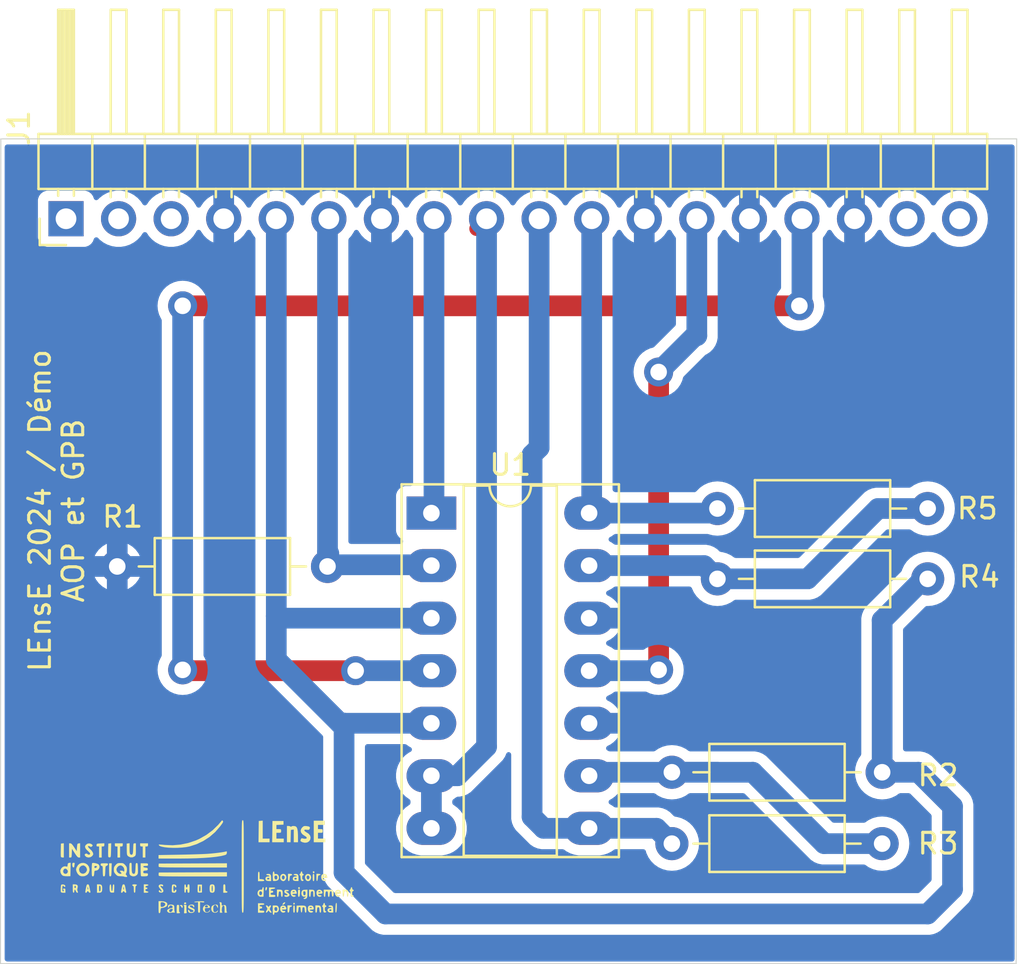
<source format=kicad_pcb>
(kicad_pcb (version 20240108) (generator "pcbnew") (generator_version "8.0")
  (layers (0 "F.Cu" signal) (31 "B.Cu" signal) (34 "B.Paste" user) (35 "F.Paste" user) (36 "B.SilkS" user "B.Silkscreen") (37 "F.SilkS" user "F.Silkscreen") (38 "B.Mask" user) (39 "F.Mask" user) (44 "Edge.Cuts" user))
  (net 0 "")
  (net 4 "GND")
  (net 5 "IN1")
  (net 6 "IN2")
  (net 7 "OUT1")
  (net 8 "OUT2")
  (net 9 "OUT3")
  (net 10 "OUT4")
  (net 11 "-15V")
  (net 12 "+15V")
  (net 13 "5V")
  (net 14 "3.3V")
  (net 15 "Net-(U1C--)")
  (net 16 "Net-(U1D--)")
  (footprint "Connector_PinHeader_2.54mm:PinHeader_1x18_P2.54mm_Horizontal" (layer "F.Cu") (at 126.365 97.79 90)
    (property "Reference" "J1" (at 4.385 -2.27 90) (layer "F.SilkS"))
    (property "Value" "Conn_01x18")
    (pad "1" thru_hole rect (at 0 0 90) (size 1.7 1.7) (drill 1) (layers "*.Cu" "*.Mask"))
    (pad "2" thru_hole oval (at 0 2.54 90) (size 1.7 1.7) (drill 1) (layers "*.Cu" "*.Mask"))
    (pad "3" thru_hole oval (at 0 5.08 90) (size 1.7 1.7) (drill 1) (layers "*.Cu" "*.Mask"))
    (pad "4" thru_hole oval (at 0 7.62 90) (size 1.7 1.7) (drill 1) (layers "*.Cu" "*.Mask") (net 4 "GND"))
    (pad "5" thru_hole oval (at 0 10.16 90) (size 1.7 1.7) (drill 1) (layers "*.Cu" "*.Mask") (net 5 "IN1"))
    (pad "6" thru_hole oval (at 0 12.7 90) (size 1.7 1.7) (drill 1) (layers "*.Cu" "*.Mask") (net 6 "IN2"))
    (pad "7" thru_hole oval (at 0 15.24 90) (size 1.7 1.7) (drill 1) (layers "*.Cu" "*.Mask") (net 4 "GND"))
    (pad "8" thru_hole oval (at 0 17.78 90) (size 1.7 1.7) (drill 1) (layers "*.Cu" "*.Mask") (net 7 "OUT1"))
    (pad "9" thru_hole oval (at 0 20.32 90) (size 1.7 1.7) (drill 1) (layers "*.Cu" "*.Mask") (net 8 "OUT2"))
    (pad "10" thru_hole oval (at 0 22.86 90) (size 1.7 1.7) (drill 1) (layers "*.Cu" "*.Mask") (net 9 "OUT3"))
    (pad "11" thru_hole oval (at 0 25.4 90) (size 1.7 1.7) (drill 1) (layers "*.Cu" "*.Mask") (net 10 "OUT4"))
    (pad "12" thru_hole oval (at 0 27.94 90) (size 1.7 1.7) (drill 1) (layers "*.Cu" "*.Mask") (net 4 "GND"))
    (pad "13" thru_hole oval (at 0 30.48 90) (size 1.7 1.7) (drill 1) (layers "*.Cu" "*.Mask") (net 11 "-15V"))
    (pad "14" thru_hole oval (at 0 33.02 90) (size 1.7 1.7) (drill 1) (layers "*.Cu" "*.Mask") (net 4 "GND"))
    (pad "15" thru_hole oval (at 0 35.56 90) (size 1.7 1.7) (drill 1) (layers "*.Cu" "*.Mask") (net 12 "+15V"))
    (pad "16" thru_hole oval (at 0 38.1 90) (size 1.7 1.7) (drill 1) (layers "*.Cu" "*.Mask") (net 4 "GND"))
    (pad "17" thru_hole oval (at 0 40.64 90) (size 1.7 1.7) (drill 1) (layers "*.Cu" "*.Mask") (net 13 "5V"))
    (pad "18" thru_hole oval (at 0 43.18 90) (size 1.7 1.7) (drill 1) (layers "*.Cu" "*.Mask") (net 14 "3.3V"))
  )
  (footprint "Resistor_THT:R_Axial_DIN0207_L6.3mm_D2.5mm_P10.16mm_Horizontal" (layer "F.Cu") (at 155.64 128)
    (property "Reference" "R3" (at 12.86 0 0) (layer "F.SilkS"))
    (property "Value" "10k")
    (pad "1" thru_hole circle (at 0 0) (size 1.6 1.6) (drill 0.8) (layers "*.Cu" "*.Mask") (net 9 "OUT3"))
    (pad "2" thru_hole oval (at 10.16 0) (size 1.6 1.6) (drill 0.8) (layers "*.Cu" "*.Mask") (net 15 "Net-(U1C--)"))
  )
  (footprint "Resistor_THT:R_Axial_DIN0207_L6.3mm_D2.5mm_P10.16mm_Horizontal" (layer "F.Cu") (at 139 114.6 180)
    (property "Reference" "R1" (at 9.9 2.4 180) (layer "F.SilkS"))
    (property "Value" "1k")
    (pad "1" thru_hole circle (at 0 0 180) (size 1.6 1.6) (drill 0.8) (layers "*.Cu" "*.Mask") (net 6 "IN2"))
    (pad "2" thru_hole oval (at 10.16 0 180) (size 1.6 1.6) (drill 0.8) (layers "*.Cu" "*.Mask") (net 4 "GND"))
  )
  (footprint "Resistor_THT:R_Axial_DIN0207_L6.3mm_D2.5mm_P10.16mm_Horizontal" (layer "F.Cu") (at 157.84 115.2)
    (property "Reference" "R4" (at 12.66 -0.1 0) (layer "F.SilkS"))
    (property "Value" "1k")
    (pad "1" thru_hole circle (at 0 0) (size 1.6 1.6) (drill 0.8) (layers "*.Cu" "*.Mask") (net 16 "Net-(U1D--)"))
    (pad "2" thru_hole oval (at 10.16 0) (size 1.6 1.6) (drill 0.8) (layers "*.Cu" "*.Mask") (net 5 "IN1"))
  )
  (footprint "Package_DIP:DIP-14_W7.62mm_Socket_LongPads" (layer "F.Cu") (at 144.02 112.02)
    (property "Reference" "U1" (at 3.81 -2.33 0) (layer "F.SilkS"))
    (property "Value" "TL084")
    (pad "1" thru_hole rect (at 0 0) (size 2.4 1.6) (drill 0.8) (layers "*.Cu" "*.Mask") (net 7 "OUT1"))
    (pad "2" thru_hole oval (at 0 2.54) (size 2.4 1.6) (drill 0.8) (layers "*.Cu" "*.Mask") (net 6 "IN2"))
    (pad "3" thru_hole oval (at 0 5.08) (size 2.4 1.6) (drill 0.8) (layers "*.Cu" "*.Mask") (net 5 "IN1"))
    (pad "4" thru_hole oval (at 0 7.62) (size 2.4 1.6) (drill 0.8) (layers "*.Cu" "*.Mask") (net 12 "+15V"))
    (pad "5" thru_hole oval (at 0 10.16) (size 2.4 1.6) (drill 0.8) (layers "*.Cu" "*.Mask") (net 5 "IN1"))
    (pad "6" thru_hole oval (at 0 12.7) (size 2.4 1.6) (drill 0.8) (layers "*.Cu" "*.Mask") (net 8 "OUT2"))
    (pad "7" thru_hole oval (at 0 15.24) (size 2.4 1.6) (drill 0.8) (layers "*.Cu" "*.Mask") (net 8 "OUT2"))
    (pad "8" thru_hole oval (at 7.62 15.24) (size 2.4 1.6) (drill 0.8) (layers "*.Cu" "*.Mask") (net 9 "OUT3"))
    (pad "9" thru_hole oval (at 7.62 12.7) (size 2.4 1.6) (drill 0.8) (layers "*.Cu" "*.Mask") (net 15 "Net-(U1C--)"))
    (pad "10" thru_hole oval (at 7.62 10.16) (size 2.4 1.6) (drill 0.8) (layers "*.Cu" "*.Mask") (net 4 "GND"))
    (pad "11" thru_hole oval (at 7.62 7.62) (size 2.4 1.6) (drill 0.8) (layers "*.Cu" "*.Mask") (net 11 "-15V"))
    (pad "12" thru_hole oval (at 7.62 5.08) (size 2.4 1.6) (drill 0.8) (layers "*.Cu" "*.Mask") (net 4 "GND"))
    (pad "13" thru_hole oval (at 7.62 2.54) (size 2.4 1.6) (drill 0.8) (layers "*.Cu" "*.Mask") (net 16 "Net-(U1D--)"))
    (pad "14" thru_hole oval (at 7.62 0) (size 2.4 1.6) (drill 0.8) (layers "*.Cu" "*.Mask") (net 10 "OUT4"))
  )
  (footprint "Resistor_THT:R_Axial_DIN0207_L6.3mm_D2.5mm_P10.16mm_Horizontal" (layer "F.Cu") (at 155.64 124.55)
    (property "Reference" "R2" (at 12.86 0.15 0) (layer "F.SilkS"))
    (property "Value" "1k")
    (pad "1" thru_hole circle (at 0 0) (size 1.6 1.6) (drill 0.8) (layers "*.Cu" "*.Mask") (net 15 "Net-(U1C--)"))
    (pad "2" thru_hole oval (at 10.16 0) (size 1.6 1.6) (drill 0.8) (layers "*.Cu" "*.Mask") (net 5 "IN1"))
  )
  (footprint "LEnsE_devices:Logo_Small" (layer "F.Cu") (at 133.2 128.9)
    (property "Reference" "G***" (hide yes))
    (property "Value" "LOGO" (hide yes))
  )
  (footprint "Resistor_THT:R_Axial_DIN0207_L6.3mm_D2.5mm_P10.16mm_Horizontal" (layer "F.Cu") (at 157.84 111.8)
    (property "Reference" "R5" (at 12.56 0 0) (layer "F.SilkS"))
    (property "Value" "100k")
    (pad "1" thru_hole circle (at 0 0) (size 1.6 1.6) (drill 0.8) (layers "*.Cu" "*.Mask") (net 10 "OUT4"))
    (pad "2" thru_hole oval (at 10.16 0) (size 1.6 1.6) (drill 0.8) (layers "*.Cu" "*.Mask") (net 16 "Net-(U1D--)"))
  )
  (gr_line (start 172.3 93.9292) (end 172.2744 133.8) (stroke (width 0.05)) (layer "Edge.Cuts"))
  (gr_line (start 123.2154 93.9292) (end 172.3 93.9292) (stroke (width 0.05)) (layer "Edge.Cuts"))
  (gr_line (start 123.2 133.8) (end 123.2154 93.9292) (stroke (width 0.05)) (layer "Edge.Cuts"))
  (gr_line (start 172.2744 133.8) (end 123.2 133.8) (stroke (width 0.05)) (layer "Edge.Cuts"))
  (gr_text "LEnsE 2024 / Démo\nAOP et GPB" (at 127.3 111.9 90) (layer "F.SilkS") (effects (font (size 1 1)) (justify bottom)))
  (segment (start 167.8 115.2) (end 165.8 117.2) (width 1) (layer "B.Cu") (net 5))
  (segment (start 139.6 122.18) (end 139.8 122.18) (width 1) (layer "B.Cu") (net 5))
  (segment (start 139.8 122.18) (end 144.02 122.18) (width 1) (layer "B.Cu") (net 5))
  (segment (start 141.8 131.4) (end 139.8 129.4) (width 1) (layer "B.Cu") (net 5))
  (segment (start 136.525 97.79) (end 136.525 117) (width 1) (layer "B.Cu") (net 5))
  (segment (start 169.2 130.2) (end 168 131.4) (width 1) (layer "B.Cu") (net 5))
  (segment (start 169.2 126.2) (end 169.2 130.2) (width 1) (layer "B.Cu") (net 5))
  (segment (start 136.525 119.105) (end 139.6 122.18) (width 1) (layer "B.Cu") (net 5))
  (segment (start 136.525 117) (end 136.525 119.105) (width 1) (layer "B.Cu") (net 5))
  (segment (start 165.8 117.2) (end 165.8 124.55) (width 1) (layer "B.Cu") (net 5))
  (segment (start 165.8 124.55) (end 167.55 124.55) (width 1) (layer "B.Cu") (net 5))
  (segment (start 167.55 124.55) (end 169.2 126.2) (width 1) (layer "B.Cu") (net 5))
  (segment (start 139.8 129.4) (end 139.8 122.18) (width 1) (layer "B.Cu") (net 5))
  (segment (start 144.02 117.1) (end 136.625 117.1) (width 1) (layer "B.Cu") (net 5))
  (segment (start 136.625 117.1) (end 136.525 117) (width 1) (layer "B.Cu") (net 5))
  (segment (start 168 115.2) (end 167.8 115.2) (width 1) (layer "B.Cu") (net 5))
  (segment (start 168 131.4) (end 141.8 131.4) (width 1) (layer "B.Cu") (net 5))
  (segment (start 139 97.855) (end 139 113.91) (width 1) (layer "B.Cu") (net 6))
  (segment (start 139 114.6) (end 139.08 114.52) (width 1) (layer "B.Cu") (net 6))
  (segment (start 139 113.91) (end 139.065 113.975) (width 1) (layer "B.Cu") (net 6))
  (segment (start 139.065 97.79) (end 139 97.855) (width 1) (layer "B.Cu") (net 6))
  (segment (start 139.08 114.52) (end 143.98 114.52) (width 1) (layer "B.Cu") (net 6))
  (segment (start 143.98 114.52) (end 144.02 114.56) (width 1) (layer "B.Cu") (net 6))
  (segment (start 144.145 97.79) (end 144.145 111.895) (width 1) (layer "B.Cu") (net 7))
  (segment (start 144.145 111.895) (end 144.02 112.02) (width 1) (layer "B.Cu") (net 7))
  (segment (start 144 112) (end 144.02 112.02) (width 1) (layer "B.Cu") (net 7))
  (segment (start 146.2024 98.2726) (end 146.685 97.79) (width 0.7) (layer "F.Cu") (net 8))
  (segment (start 145.28 124.72) (end 144.02 124.72) (width 1) (layer "B.Cu") (net 8))
  (segment (start 146.685 97.79) (end 146.685 123.315) (width 1) (layer "B.Cu") (net 8))
  (segment (start 144.02 127.26) (end 144.02 124.72) (width 1) (layer "B.Cu") (net 8))
  (segment (start 146.685 123.315) (end 145.28 124.72) (width 1) (layer "B.Cu") (net 8))
  (segment (start 148.885 126.705) (end 148.885 109.2) (width 1) (layer "B.Cu") (net 9))
  (segment (start 154.9 127.26) (end 155.64 128) (width 1) (layer "B.Cu") (net 9))
  (segment (start 149.225 97.79) (end 149.225 108.86) (width 1) (layer "B.Cu") (net 9))
  (segment (start 151.64 127.26) (end 154.9 127.26) (width 1) (layer "B.Cu") (net 9))
  (segment (start 151.64 127.26) (end 149.44 127.26) (width 1) (layer "B.Cu") (net 9))
  (segment (start 149.44 127.26) (end 148.885 126.705) (width 1) (layer "B.Cu") (net 9))
  (segment (start 149.225 108.86) (end 148.885 109.2) (width 1) (layer "B.Cu") (net 9))
  (segment (start 151.64 112.02) (end 157.62 112.02) (width 1) (layer "B.Cu") (net 10))
  (segment (start 151.765 97.79) (end 151.765 111.895) (width 1) (layer "B.Cu") (net 10))
  (segment (start 157.62 112.02) (end 157.84 111.8) (width 1) (layer "B.Cu") (net 10))
  (segment (start 151.765 111.895) (end 151.64 112.02) (width 1) (layer "B.Cu") (net 10))
  (segment (start 155 119.6) (end 155 105.2) (width 1) (layer "F.Cu") (net 11))
  (via (at 155 119.6) (size 1.4) (drill 0.8) (layers "F.Cu" "B.Cu") (net 11))
  (via (at 155 105.2) (size 1.4) (drill 0.8) (layers "F.Cu" "B.Cu") (net 11))
  (segment (start 151.64 119.64) (end 154.96 119.64) (width 1) (layer "B.Cu") (net 11))
  (segment (start 156.845 103.445) (end 156.845 97.79) (width 1) (layer "B.Cu") (net 11))
  (segment (start 155 105.2) (end 156.755 103.445) (width 1) (layer "B.Cu") (net 11))
  (segment (start 156.755 103.445) (end 156.845 103.445) (width 1) (layer "B.Cu") (net 11))
  (segment (start 154.96 119.64) (end 155 119.6) (width 1) (layer "B.Cu") (net 11))
  (segment (start 132.04 119.64) (end 132 119.6) (width 1) (layer "F.Cu") (net 12))
  (segment (start 161.8 102) (end 132 102) (width 1) (layer "F.Cu") (net 12))
  (segment (start 140.36 119.64) (end 132.04 119.64) (width 1) (layer "F.Cu") (net 12))
  (via (at 132 119.6) (size 1.4) (drill 0.8) (layers "F.Cu" "B.Cu") (net 12))
  (via (at 132 102) (size 1.4) (drill 0.8) (layers "F.Cu" "B.Cu") (net 12))
  (via (at 140.36 119.64) (size 1.4) (drill 0.8) (layers "F.Cu" "B.Cu") (net 12))
  (via (at 161.8 102) (size 1.4) (drill 0.8) (layers "F.Cu" "B.Cu") (net 12))
  (segment (start 132 119.6) (end 132 102) (width 1) (layer "B.Cu") (net 12))
  (segment (start 140.36 119.64) (end 140.2 119.8) (width 1) (layer "B.Cu") (net 12))
  (segment (start 161.925 97.79) (end 161.925 101.875) (width 1) (layer "B.Cu") (net 12))
  (segment (start 161.925 101.875) (end 161.8 102) (width 1) (layer "B.Cu") (net 12))
  (segment (start 144.02 119.64) (end 140.36 119.64) (width 1) (layer "B.Cu") (net 12))
  (segment (start 151.81 124.55) (end 151.64 124.72) (width 1) (layer "B.Cu") (net 15))
  (segment (start 163 128) (end 159.55 124.55) (width 1) (layer "B.Cu") (net 15))
  (segment (start 157.84 124.55) (end 151.81 124.55) (width 1) (layer "B.Cu") (net 15))
  (segment (start 159.55 124.55) (end 155.64 124.55) (width 1) (layer "B.Cu") (net 15))
  (segment (start 165.8 128) (end 163 128) (width 1) (layer "B.Cu") (net 15))
  (segment (start 151.64 114.56) (end 157.2 114.56) (width 1) (layer "B.Cu") (net 16))
  (segment (start 162.2 115.2) (end 157.84 115.2) (width 1) (layer "B.Cu") (net 16))
  (segment (start 168 111.8) (end 165.6 111.8) (width 1) (layer "B.Cu") (net 16))
  (segment (start 165.6 111.8) (end 162.2 115.2) (width 1) (layer "B.Cu") (net 16))
  (segment (start 157.2 114.56) (end 157.84 115.2) (width 1) (layer "B.Cu") (net 16))
  (zone (net 4) (net_name "GND") (layer "B.Cu") (connect_pads (clearance 0.508)) (min_thickness 0.25) (fill yes (thermal_gap 0.4) (thermal_bridge_width 1))
    (polygon (pts (xy 123.4 94.2) (xy 172.2 94.2) (xy 172.2 133.7) (xy 123.4 133.7)))
  )
)
</source>
